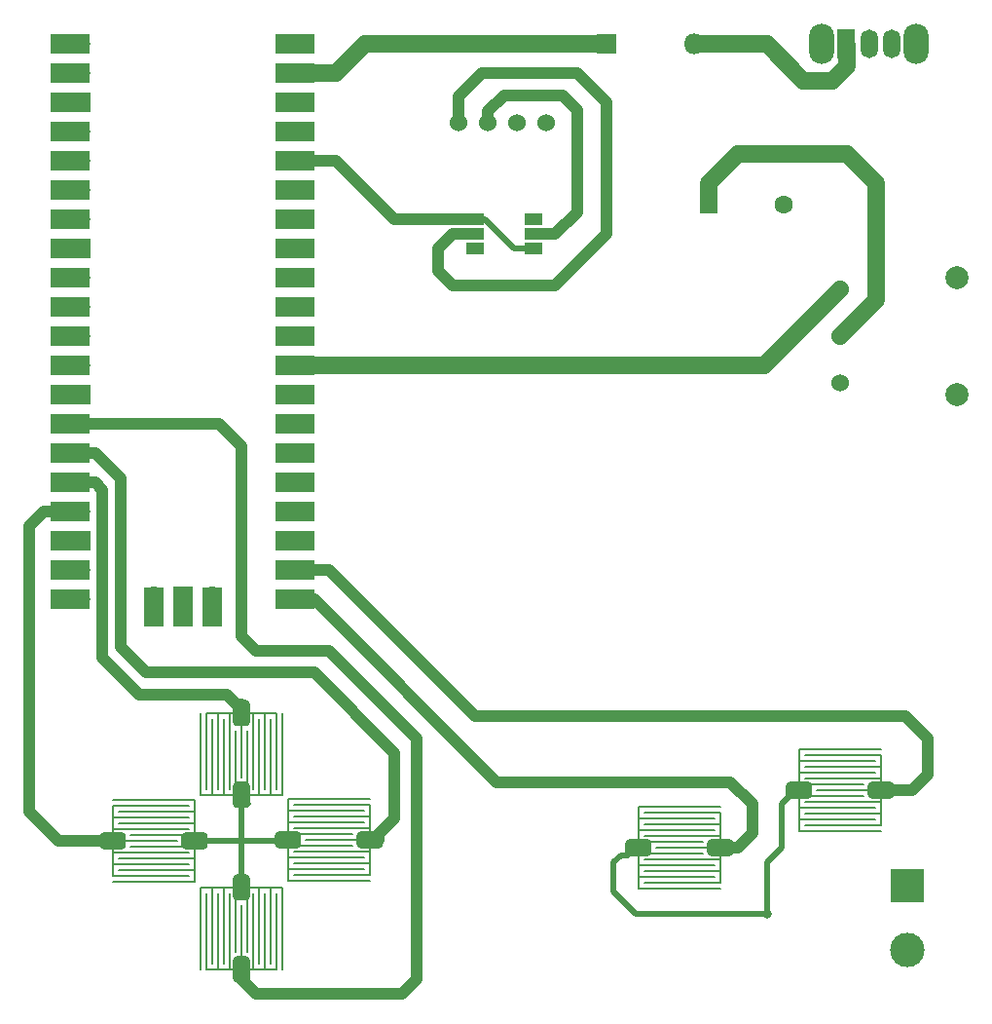
<source format=gtl>
G04 #@! TF.GenerationSoftware,KiCad,Pcbnew,(6.0.2)*
G04 #@! TF.CreationDate,2022-06-07T21:46:18+01:00*
G04 #@! TF.ProjectId,Pico_Handheld,5069636f-5f48-4616-9e64-68656c642e6b,rev?*
G04 #@! TF.SameCoordinates,Original*
G04 #@! TF.FileFunction,Copper,L1,Top*
G04 #@! TF.FilePolarity,Positive*
%FSLAX46Y46*%
G04 Gerber Fmt 4.6, Leading zero omitted, Abs format (unit mm)*
G04 Created by KiCad (PCBNEW (6.0.2)) date 2022-06-07 21:46:18*
%MOMM*%
%LPD*%
G01*
G04 APERTURE LIST*
G04 Aperture macros list*
%AMRoundRect*
0 Rectangle with rounded corners*
0 $1 Rounding radius*
0 $2 $3 $4 $5 $6 $7 $8 $9 X,Y pos of 4 corners*
0 Add a 4 corners polygon primitive as box body*
4,1,4,$2,$3,$4,$5,$6,$7,$8,$9,$2,$3,0*
0 Add four circle primitives for the rounded corners*
1,1,$1+$1,$2,$3*
1,1,$1+$1,$4,$5*
1,1,$1+$1,$6,$7*
1,1,$1+$1,$8,$9*
0 Add four rect primitives between the rounded corners*
20,1,$1+$1,$2,$3,$4,$5,0*
20,1,$1+$1,$4,$5,$6,$7,0*
20,1,$1+$1,$6,$7,$8,$9,0*
20,1,$1+$1,$8,$9,$2,$3,0*%
G04 Aperture macros list end*
G04 #@! TA.AperFunction,EtchedComponent*
%ADD10C,0.200000*%
G04 #@! TD*
G04 #@! TA.AperFunction,ComponentPad*
%ADD11C,1.524000*%
G04 #@! TD*
G04 #@! TA.AperFunction,ComponentPad*
%ADD12C,2.000000*%
G04 #@! TD*
G04 #@! TA.AperFunction,ComponentPad*
%ADD13R,1.800000X1.800000*%
G04 #@! TD*
G04 #@! TA.AperFunction,ComponentPad*
%ADD14O,1.800000X1.800000*%
G04 #@! TD*
G04 #@! TA.AperFunction,SMDPad,CuDef*
%ADD15R,1.500000X1.000000*%
G04 #@! TD*
G04 #@! TA.AperFunction,SMDPad,CuDef*
%ADD16RoundRect,0.381000X-0.381000X0.762000X-0.381000X-0.762000X0.381000X-0.762000X0.381000X0.762000X0*%
G04 #@! TD*
G04 #@! TA.AperFunction,ComponentPad*
%ADD17R,1.600000X1.600000*%
G04 #@! TD*
G04 #@! TA.AperFunction,ComponentPad*
%ADD18C,1.600000*%
G04 #@! TD*
G04 #@! TA.AperFunction,SMDPad,CuDef*
%ADD19RoundRect,0.381000X-0.762000X-0.381000X0.762000X-0.381000X0.762000X0.381000X-0.762000X0.381000X0*%
G04 #@! TD*
G04 #@! TA.AperFunction,ComponentPad*
%ADD20O,2.200000X3.500000*%
G04 #@! TD*
G04 #@! TA.AperFunction,ComponentPad*
%ADD21R,1.500000X2.500000*%
G04 #@! TD*
G04 #@! TA.AperFunction,ComponentPad*
%ADD22O,1.500000X2.500000*%
G04 #@! TD*
G04 #@! TA.AperFunction,SMDPad,CuDef*
%ADD23R,3.500000X1.700000*%
G04 #@! TD*
G04 #@! TA.AperFunction,ComponentPad*
%ADD24O,1.700000X1.700000*%
G04 #@! TD*
G04 #@! TA.AperFunction,ComponentPad*
%ADD25R,1.700000X1.700000*%
G04 #@! TD*
G04 #@! TA.AperFunction,SMDPad,CuDef*
%ADD26R,1.700000X3.500000*%
G04 #@! TD*
G04 #@! TA.AperFunction,SMDPad,CuDef*
%ADD27RoundRect,0.381000X0.381000X-0.762000X0.381000X0.762000X-0.381000X0.762000X-0.381000X-0.762000X0*%
G04 #@! TD*
G04 #@! TA.AperFunction,SMDPad,CuDef*
%ADD28RoundRect,0.381000X0.762000X0.381000X-0.762000X0.381000X-0.762000X-0.381000X0.762000X-0.381000X0*%
G04 #@! TD*
G04 #@! TA.AperFunction,ComponentPad*
%ADD29R,3.000000X3.000000*%
G04 #@! TD*
G04 #@! TA.AperFunction,ComponentPad*
%ADD30C,3.000000*%
G04 #@! TD*
G04 #@! TA.AperFunction,ViaPad*
%ADD31C,0.800000*%
G04 #@! TD*
G04 #@! TA.AperFunction,Conductor*
%ADD32C,0.500000*%
G04 #@! TD*
G04 #@! TA.AperFunction,Conductor*
%ADD33C,1.500000*%
G04 #@! TD*
G04 #@! TA.AperFunction,Conductor*
%ADD34C,1.000000*%
G04 #@! TD*
G04 APERTURE END LIST*
D10*
X128302000Y-125349000D02*
X128302000Y-131953000D01*
X128810000Y-125857000D02*
X128810000Y-132461000D01*
X129318000Y-131953000D02*
X129318000Y-125349000D01*
X131858000Y-132461000D02*
X131858000Y-125857000D01*
X129826000Y-125857000D02*
X129826000Y-132461000D01*
X134398000Y-125349000D02*
X134398000Y-132461000D01*
X131350000Y-130937000D02*
X131350000Y-125349000D01*
X132874000Y-125857000D02*
X132874000Y-132461000D01*
X133382000Y-125349000D02*
X133382000Y-131953000D01*
X130334000Y-130937000D02*
X130334000Y-125349000D01*
X127794000Y-125857000D02*
X127794000Y-132461000D01*
X127286000Y-132461000D02*
X127286000Y-125349000D01*
X133890000Y-125857000D02*
X133890000Y-132461000D01*
X127286000Y-125349000D02*
X130842000Y-125349000D01*
X133890000Y-132461000D02*
X127794000Y-132461000D01*
X130842000Y-132461000D02*
X130842000Y-126873000D01*
X132366000Y-131953000D02*
X132366000Y-125349000D01*
X131604000Y-125349000D02*
X134398000Y-125349000D01*
X165862000Y-123977000D02*
X172466000Y-123977000D01*
X172466000Y-118897000D02*
X172466000Y-124993000D01*
X165354000Y-121183000D02*
X165354000Y-118389000D01*
X165862000Y-119913000D02*
X172466000Y-119913000D01*
X165354000Y-125501000D02*
X165354000Y-121945000D01*
X165354000Y-124485000D02*
X171958000Y-124485000D01*
X172466000Y-121945000D02*
X166878000Y-121945000D01*
X165354000Y-118389000D02*
X172466000Y-118389000D01*
X171958000Y-120421000D02*
X165354000Y-120421000D01*
X170942000Y-121437000D02*
X165354000Y-121437000D01*
X165862000Y-124993000D02*
X172466000Y-124993000D01*
X165354000Y-119405000D02*
X171958000Y-119405000D01*
X172466000Y-125501000D02*
X165354000Y-125501000D01*
X171958000Y-123469000D02*
X165354000Y-123469000D01*
X170942000Y-122453000D02*
X165354000Y-122453000D01*
X165862000Y-122961000D02*
X172466000Y-122961000D01*
X172466000Y-120929000D02*
X165862000Y-120929000D01*
X165862000Y-118897000D02*
X172466000Y-118897000D01*
X134874000Y-120510000D02*
X134874000Y-117716000D01*
X134874000Y-118732000D02*
X141478000Y-118732000D01*
X134874000Y-117716000D02*
X141986000Y-117716000D01*
X141478000Y-119748000D02*
X134874000Y-119748000D01*
X134874000Y-124828000D02*
X134874000Y-121272000D01*
X141986000Y-121272000D02*
X136398000Y-121272000D01*
X135382000Y-124320000D02*
X141986000Y-124320000D01*
X140462000Y-120764000D02*
X134874000Y-120764000D01*
X135382000Y-123304000D02*
X141986000Y-123304000D01*
X140462000Y-121780000D02*
X134874000Y-121780000D01*
X141986000Y-120256000D02*
X135382000Y-120256000D01*
X141986000Y-124828000D02*
X134874000Y-124828000D01*
X134874000Y-123812000D02*
X141478000Y-123812000D01*
X141478000Y-122796000D02*
X134874000Y-122796000D01*
X135382000Y-119240000D02*
X141986000Y-119240000D01*
X141986000Y-118224000D02*
X141986000Y-124320000D01*
X135382000Y-118224000D02*
X141986000Y-118224000D01*
X135382000Y-122288000D02*
X141986000Y-122288000D01*
X186436000Y-116894000D02*
X180848000Y-116894000D01*
X186436000Y-120450000D02*
X179324000Y-120450000D01*
X185928000Y-118418000D02*
X179324000Y-118418000D01*
X179324000Y-114354000D02*
X185928000Y-114354000D01*
X179324000Y-116132000D02*
X179324000Y-113338000D01*
X179832000Y-117910000D02*
X186436000Y-117910000D01*
X179324000Y-120450000D02*
X179324000Y-116894000D01*
X184912000Y-117402000D02*
X179324000Y-117402000D01*
X184912000Y-116386000D02*
X179324000Y-116386000D01*
X179832000Y-114862000D02*
X186436000Y-114862000D01*
X179832000Y-119942000D02*
X186436000Y-119942000D01*
X186436000Y-113846000D02*
X186436000Y-119942000D01*
X185928000Y-115370000D02*
X179324000Y-115370000D01*
X179324000Y-113338000D02*
X186436000Y-113338000D01*
X179832000Y-113846000D02*
X186436000Y-113846000D01*
X179832000Y-118926000D02*
X186436000Y-118926000D01*
X186436000Y-115878000D02*
X179832000Y-115878000D01*
X179324000Y-119434000D02*
X185928000Y-119434000D01*
X129286000Y-110744000D02*
X129286000Y-117348000D01*
X129794000Y-110236000D02*
X129794000Y-116840000D01*
X133350000Y-117348000D02*
X133350000Y-110744000D01*
X130810000Y-110236000D02*
X130810000Y-115824000D01*
X130302000Y-111760000D02*
X130302000Y-117348000D01*
X134366000Y-117348000D02*
X130810000Y-117348000D01*
X127254000Y-117348000D02*
X127254000Y-110236000D01*
X134366000Y-110236000D02*
X134366000Y-117348000D01*
X133858000Y-116840000D02*
X133858000Y-110236000D01*
X131826000Y-116840000D02*
X131826000Y-110236000D01*
X131318000Y-111760000D02*
X131318000Y-117348000D01*
X128778000Y-116840000D02*
X128778000Y-110236000D01*
X128270000Y-117348000D02*
X128270000Y-110744000D01*
X127762000Y-110236000D02*
X133858000Y-110236000D01*
X127762000Y-116840000D02*
X127762000Y-110236000D01*
X132842000Y-116840000D02*
X132842000Y-110236000D01*
X130048000Y-117348000D02*
X127254000Y-117348000D01*
X132334000Y-110744000D02*
X132334000Y-117348000D01*
X120142000Y-119793000D02*
X126746000Y-119793000D01*
X126238000Y-120301000D02*
X119634000Y-120301000D01*
X126746000Y-124873000D02*
X119634000Y-124873000D01*
X119634000Y-121317000D02*
X125222000Y-121317000D01*
X121158000Y-121825000D02*
X126746000Y-121825000D01*
X121158000Y-120809000D02*
X126746000Y-120809000D01*
X126238000Y-123349000D02*
X119634000Y-123349000D01*
X126746000Y-117761000D02*
X126746000Y-121317000D01*
X126746000Y-118777000D02*
X120142000Y-118777000D01*
X126238000Y-118269000D02*
X119634000Y-118269000D01*
X119634000Y-124365000D02*
X119634000Y-118269000D01*
X126238000Y-119285000D02*
X119634000Y-119285000D01*
X126746000Y-123857000D02*
X120142000Y-123857000D01*
X119634000Y-122333000D02*
X126238000Y-122333000D01*
X126746000Y-122079000D02*
X126746000Y-124873000D01*
X126238000Y-124365000D02*
X119634000Y-124365000D01*
X120142000Y-122841000D02*
X126746000Y-122841000D01*
X119634000Y-117761000D02*
X126746000Y-117761000D01*
D11*
X182880000Y-73406000D03*
X182880000Y-77470000D03*
X182880000Y-81534000D03*
D12*
X193040000Y-72390000D03*
X193040000Y-82550000D03*
D13*
X162560000Y-52070000D03*
D14*
X170180000Y-52070000D03*
D15*
X151130000Y-67280000D03*
X151130000Y-68580000D03*
X151130000Y-69880000D03*
D16*
X130842000Y-125349000D03*
X130842000Y-132461000D03*
D17*
X171460000Y-66040000D03*
D18*
X177960000Y-66040000D03*
D19*
X165354000Y-121945000D03*
X172466000Y-121945000D03*
D20*
X181320000Y-52070000D03*
X189520000Y-52070000D03*
D21*
X183420000Y-52070000D03*
D22*
X185420000Y-52070000D03*
X187420000Y-52070000D03*
D23*
X115940000Y-52070000D03*
D24*
X116840000Y-52070000D03*
D23*
X115940000Y-54610000D03*
D24*
X116840000Y-54610000D03*
D25*
X116840000Y-57150000D03*
D23*
X115940000Y-57150000D03*
D24*
X116840000Y-59690000D03*
D23*
X115940000Y-59690000D03*
D24*
X116840000Y-62230000D03*
D23*
X115940000Y-62230000D03*
D24*
X116840000Y-64770000D03*
D23*
X115940000Y-64770000D03*
X115940000Y-67310000D03*
D24*
X116840000Y-67310000D03*
D25*
X116840000Y-69850000D03*
D23*
X115940000Y-69850000D03*
X115940000Y-72390000D03*
D24*
X116840000Y-72390000D03*
D23*
X115940000Y-74930000D03*
D24*
X116840000Y-74930000D03*
D23*
X115940000Y-77470000D03*
D24*
X116840000Y-77470000D03*
D23*
X115940000Y-80010000D03*
D24*
X116840000Y-80010000D03*
D23*
X115940000Y-82550000D03*
D25*
X116840000Y-82550000D03*
D23*
X115940000Y-85090000D03*
D24*
X116840000Y-85090000D03*
X116840000Y-87630000D03*
D23*
X115940000Y-87630000D03*
X115940000Y-90170000D03*
D24*
X116840000Y-90170000D03*
X116840000Y-92710000D03*
D23*
X115940000Y-92710000D03*
D25*
X116840000Y-95250000D03*
D23*
X115940000Y-95250000D03*
D24*
X116840000Y-97790000D03*
D23*
X115940000Y-97790000D03*
D24*
X116840000Y-100330000D03*
D23*
X115940000Y-100330000D03*
D24*
X134620000Y-100330000D03*
D23*
X135520000Y-100330000D03*
D24*
X134620000Y-97790000D03*
D23*
X135520000Y-97790000D03*
X135520000Y-95250000D03*
D25*
X134620000Y-95250000D03*
D23*
X135520000Y-92710000D03*
D24*
X134620000Y-92710000D03*
D23*
X135520000Y-90170000D03*
D24*
X134620000Y-90170000D03*
D23*
X135520000Y-87630000D03*
D24*
X134620000Y-87630000D03*
X134620000Y-85090000D03*
D23*
X135520000Y-85090000D03*
X135520000Y-82550000D03*
D25*
X134620000Y-82550000D03*
D23*
X135520000Y-80010000D03*
D24*
X134620000Y-80010000D03*
X134620000Y-77470000D03*
D23*
X135520000Y-77470000D03*
D24*
X134620000Y-74930000D03*
D23*
X135520000Y-74930000D03*
X135520000Y-72390000D03*
D24*
X134620000Y-72390000D03*
D23*
X135520000Y-69850000D03*
D25*
X134620000Y-69850000D03*
D23*
X135520000Y-67310000D03*
D24*
X134620000Y-67310000D03*
D23*
X135520000Y-64770000D03*
D24*
X134620000Y-64770000D03*
X134620000Y-62230000D03*
D23*
X135520000Y-62230000D03*
D24*
X134620000Y-59690000D03*
D23*
X135520000Y-59690000D03*
D25*
X134620000Y-57150000D03*
D23*
X135520000Y-57150000D03*
D24*
X134620000Y-54610000D03*
D23*
X135520000Y-54610000D03*
X135520000Y-52070000D03*
D24*
X134620000Y-52070000D03*
D26*
X123190000Y-101000000D03*
D24*
X123190000Y-100100000D03*
D26*
X125730000Y-101000000D03*
D25*
X125730000Y-100100000D03*
D24*
X128270000Y-100100000D03*
D26*
X128270000Y-101000000D03*
D19*
X134874000Y-121272000D03*
X141986000Y-121272000D03*
D11*
X149740000Y-58930000D03*
X152280000Y-58930000D03*
X154820000Y-58930000D03*
X157360000Y-58930000D03*
D19*
X179324000Y-116894000D03*
X186436000Y-116894000D03*
D27*
X130810000Y-117348000D03*
X130810000Y-110236000D03*
D15*
X156210000Y-67280000D03*
X156210000Y-68580000D03*
X156210000Y-69880000D03*
D28*
X126746000Y-121317000D03*
X119634000Y-121317000D03*
D29*
X188722000Y-125222000D03*
D30*
X188722000Y-130810000D03*
D31*
X130810000Y-121285000D03*
X156210000Y-67310000D03*
X151130000Y-69850000D03*
X176530000Y-127635000D03*
D32*
X130810000Y-121285000D02*
X130810000Y-118177902D01*
X130877902Y-118110000D02*
X131445000Y-118110000D01*
X177800000Y-118110000D02*
X178435000Y-117475000D01*
X163195000Y-125730000D02*
X163195000Y-123190000D01*
X163195000Y-123190000D02*
X163830000Y-122555000D01*
X176530000Y-127635000D02*
X176530000Y-123190000D01*
X130810000Y-121285000D02*
X130810000Y-124460000D01*
X176530000Y-123190000D02*
X177800000Y-121920000D01*
X130810000Y-121285000D02*
X133985000Y-121285000D01*
X176530000Y-127635000D02*
X165100000Y-127635000D01*
X165100000Y-127635000D02*
X163195000Y-125730000D01*
X177800000Y-121920000D02*
X177800000Y-118110000D01*
X163830000Y-122555000D02*
X164465000Y-122555000D01*
X130810000Y-118177902D02*
X130877902Y-118110000D01*
X130810000Y-121285000D02*
X127635000Y-121285000D01*
D33*
X186055000Y-64135000D02*
X183515000Y-61595000D01*
X171450000Y-66030000D02*
X171460000Y-66040000D01*
X183515000Y-61595000D02*
X173990000Y-61595000D01*
X182880000Y-77470000D02*
X186055000Y-74295000D01*
X173990000Y-61595000D02*
X171450000Y-64135000D01*
X171450000Y-64135000D02*
X171450000Y-66030000D01*
X186055000Y-74295000D02*
X186055000Y-64135000D01*
X141605000Y-52070000D02*
X162560000Y-52070000D01*
X139065000Y-54610000D02*
X141605000Y-52070000D01*
X134620000Y-54610000D02*
X139065000Y-54610000D01*
X179705000Y-55245000D02*
X182245000Y-55245000D01*
X176530000Y-52070000D02*
X179705000Y-55245000D01*
X183515000Y-53975000D02*
X183515000Y-52165000D01*
X170180000Y-52070000D02*
X176530000Y-52070000D01*
X182245000Y-55245000D02*
X183515000Y-53975000D01*
X183515000Y-52165000D02*
X183420000Y-52070000D01*
D32*
X151979022Y-67280000D02*
X151130000Y-67280000D01*
D34*
X139065000Y-62230000D02*
X144145000Y-67310000D01*
X134620000Y-62230000D02*
X139065000Y-62230000D01*
D32*
X156210000Y-69880000D02*
X154579022Y-69880000D01*
D34*
X144145000Y-67310000D02*
X144175000Y-67280000D01*
X144175000Y-67280000D02*
X151130000Y-67280000D01*
D32*
X154579022Y-69880000D02*
X151979022Y-67280000D01*
D34*
X149225000Y-73025000D02*
X158115000Y-73025000D01*
X162560000Y-57150000D02*
X160020000Y-54610000D01*
X160020000Y-54610000D02*
X151765000Y-54610000D01*
X151130000Y-68580000D02*
X149225000Y-68580000D01*
X151765000Y-54610000D02*
X149740000Y-56635000D01*
X149740000Y-56635000D02*
X149740000Y-58930000D01*
X147955000Y-69850000D02*
X147955000Y-71755000D01*
X147955000Y-71755000D02*
X149225000Y-73025000D01*
X162560000Y-68580000D02*
X162560000Y-57150000D01*
X149225000Y-68580000D02*
X147955000Y-69850000D01*
X158115000Y-73025000D02*
X162560000Y-68580000D01*
X156210000Y-68580000D02*
X158115000Y-68580000D01*
X158750000Y-56515000D02*
X153670000Y-56515000D01*
X152280000Y-57905000D02*
X152280000Y-58930000D01*
X160020000Y-57785000D02*
X158750000Y-56515000D01*
X158115000Y-68580000D02*
X160020000Y-66675000D01*
X160020000Y-66675000D02*
X160020000Y-57785000D01*
X153670000Y-56515000D02*
X152280000Y-57905000D01*
X137160000Y-106680000D02*
X144145000Y-113665000D01*
X118110000Y-87630000D02*
X120332500Y-89852500D01*
X120332500Y-89852500D02*
X120332500Y-104457500D01*
X122555000Y-106680000D02*
X137160000Y-106680000D01*
X144145000Y-119380000D02*
X142785520Y-120739480D01*
X142785520Y-120739480D02*
X142785520Y-121272000D01*
X144145000Y-113665000D02*
X144145000Y-119380000D01*
X120332500Y-104457500D02*
X122555000Y-106680000D01*
X116840000Y-87630000D02*
X118110000Y-87630000D01*
X129540000Y-108585000D02*
X130391480Y-109436480D01*
X121920000Y-108585000D02*
X129540000Y-108585000D01*
X118745000Y-105410000D02*
X121920000Y-108585000D01*
X130391480Y-109436480D02*
X130810000Y-109436480D01*
X118110000Y-90170000D02*
X118745000Y-90805000D01*
X118745000Y-90805000D02*
X118745000Y-105410000D01*
X116840000Y-90170000D02*
X118110000Y-90170000D01*
X132080000Y-134620000D02*
X130810000Y-133350000D01*
X116840000Y-85090000D02*
X128905000Y-85090000D01*
X130810000Y-86995000D02*
X130810000Y-103505000D01*
X146050000Y-133350000D02*
X144780000Y-134620000D01*
X138430000Y-104775000D02*
X146050000Y-112395000D01*
X146050000Y-112395000D02*
X146050000Y-133350000D01*
X130810000Y-103505000D02*
X132080000Y-104775000D01*
X144780000Y-134620000D02*
X132080000Y-134620000D01*
X128905000Y-85090000D02*
X130810000Y-86995000D01*
X132080000Y-104775000D02*
X138430000Y-104775000D01*
X113665000Y-92710000D02*
X112395000Y-93980000D01*
X114935000Y-121285000D02*
X118745000Y-121285000D01*
X112395000Y-93980000D02*
X112395000Y-118745000D01*
X116840000Y-92710000D02*
X113665000Y-92710000D01*
X112395000Y-118745000D02*
X114935000Y-121285000D01*
X137160000Y-100330000D02*
X153035000Y-116205000D01*
X173355000Y-116205000D02*
X175260000Y-118110000D01*
X153035000Y-116205000D02*
X173355000Y-116205000D01*
X175260000Y-118110000D02*
X175260000Y-120650000D01*
X175260000Y-120650000D02*
X173990000Y-121920000D01*
X134620000Y-100330000D02*
X137160000Y-100330000D01*
X173990000Y-121920000D02*
X173355000Y-121920000D01*
X134620000Y-97790000D02*
X138430000Y-97790000D01*
X188595000Y-110490000D02*
X190500000Y-112395000D01*
X190500000Y-115570000D02*
X189176000Y-116894000D01*
X151130000Y-110490000D02*
X188595000Y-110490000D01*
X189176000Y-116894000D02*
X187235520Y-116894000D01*
X138430000Y-97790000D02*
X151130000Y-110490000D01*
X190500000Y-112395000D02*
X190500000Y-115570000D01*
D33*
X176276000Y-80010000D02*
X182880000Y-73406000D01*
X134620000Y-80010000D02*
X176276000Y-80010000D01*
M02*

</source>
